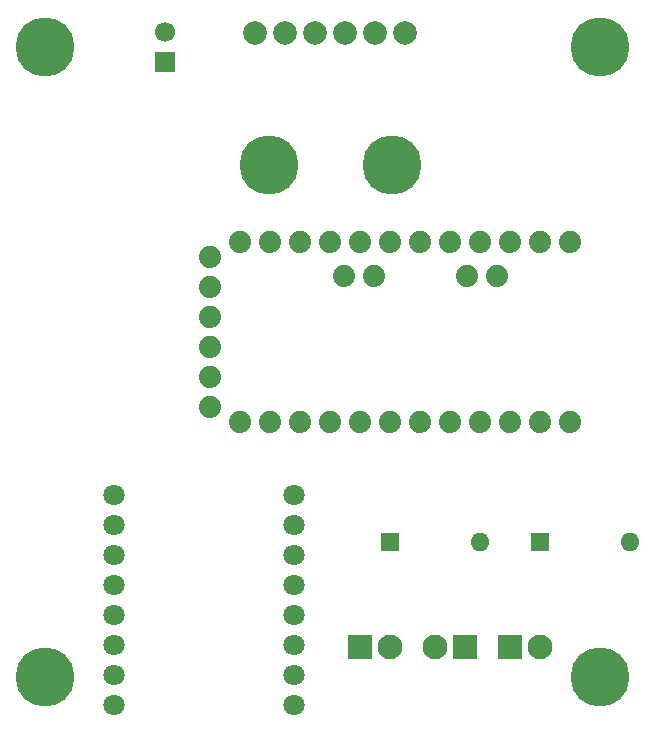
<source format=gbr>
%TF.GenerationSoftware,KiCad,Pcbnew,(6.0.1)*%
%TF.CreationDate,2022-05-15T10:58:49-07:00*%
%TF.ProjectId,BlackberryJam_pcb,426c6163-6b62-4657-9272-794a616d5f70,rev?*%
%TF.SameCoordinates,Original*%
%TF.FileFunction,Soldermask,Top*%
%TF.FilePolarity,Negative*%
%FSLAX46Y46*%
G04 Gerber Fmt 4.6, Leading zero omitted, Abs format (unit mm)*
G04 Created by KiCad (PCBNEW (6.0.1)) date 2022-05-15 10:58:49*
%MOMM*%
%LPD*%
G01*
G04 APERTURE LIST*
%ADD10C,1.800000*%
%ADD11C,5.000000*%
%ADD12C,2.000000*%
%ADD13R,1.600000X1.600000*%
%ADD14O,1.600000X1.600000*%
%ADD15R,2.100000X2.100000*%
%ADD16C,2.100000*%
%ADD17R,1.700000X1.700000*%
%ADD18C,1.700000*%
%ADD19C,1.879600*%
G04 APERTURE END LIST*
D10*
%TO.C,U5*%
X27386691Y-44284319D03*
X27386691Y-46824319D03*
X27386691Y-49364319D03*
X27386691Y-51904319D03*
X27386691Y-54444319D03*
X27386691Y-56984319D03*
X27386691Y-59524319D03*
X27386691Y-62064319D03*
X12146691Y-62064319D03*
X12146691Y-59524319D03*
X12146691Y-56984319D03*
X12146691Y-54444319D03*
X12146691Y-51904319D03*
X12146691Y-49364319D03*
X12146691Y-46824319D03*
X12146691Y-44284319D03*
%TD*%
D11*
%TO.C,U4*%
X25280000Y-16350000D03*
X35680000Y-16350000D03*
D12*
X36830000Y-5174000D03*
X34290000Y-5174000D03*
X31750000Y-5174000D03*
X29210000Y-5174000D03*
X26670000Y-5174000D03*
X24130000Y-5174000D03*
%TD*%
D13*
%TO.C,D1*%
X35560000Y-48260000D03*
D14*
X43180000Y-48260000D03*
%TD*%
D15*
%TO.C,M2*%
X33020000Y-57150000D03*
D16*
X35560000Y-57150000D03*
%TD*%
D11*
%TO.C,REF\u002A\u002A*%
X53340000Y-6350000D03*
%TD*%
D17*
%TO.C,U1*%
X16510000Y-7620000D03*
D18*
X16510000Y-5080000D03*
%TD*%
D15*
%TO.C,U3*%
X41910000Y-57150000D03*
D16*
X39370000Y-57150000D03*
%TD*%
D19*
%TO.C,U2*%
X20320000Y-24130000D03*
X20320000Y-26670000D03*
X20320000Y-29210000D03*
X20320000Y-31750000D03*
X20320000Y-34290000D03*
X20320000Y-36830000D03*
X34163000Y-25781000D03*
X31623000Y-25781000D03*
X44577000Y-25781000D03*
X42037000Y-25781000D03*
X22860000Y-22860000D03*
X25400000Y-22860000D03*
X27940000Y-22860000D03*
X30480000Y-22860000D03*
X33020000Y-22860000D03*
X35560000Y-22860000D03*
X38100000Y-22860000D03*
X40640000Y-22860000D03*
X43180000Y-22860000D03*
X45720000Y-22860000D03*
X48260000Y-22860000D03*
X50800000Y-22860000D03*
X50800000Y-38100000D03*
X48260000Y-38100000D03*
X45720000Y-38100000D03*
X43180000Y-38100000D03*
X40640000Y-38100000D03*
X38100000Y-38100000D03*
X35560000Y-38100000D03*
X33020000Y-38100000D03*
X30480000Y-38100000D03*
X27940000Y-38100000D03*
X25400000Y-38100000D03*
X22860000Y-38100000D03*
%TD*%
D11*
%TO.C,REF\u002A\u002A*%
X6350000Y-59690000D03*
%TD*%
%TO.C,REF\u002A\u002A*%
X6350000Y-6350000D03*
%TD*%
D13*
%TO.C,D2*%
X48260000Y-48260000D03*
D14*
X55880000Y-48260000D03*
%TD*%
D11*
%TO.C,REF\u002A\u002A*%
X53340000Y-59690000D03*
%TD*%
D15*
%TO.C,M3*%
X45720000Y-57150000D03*
D16*
X48260000Y-57150000D03*
%TD*%
M02*

</source>
